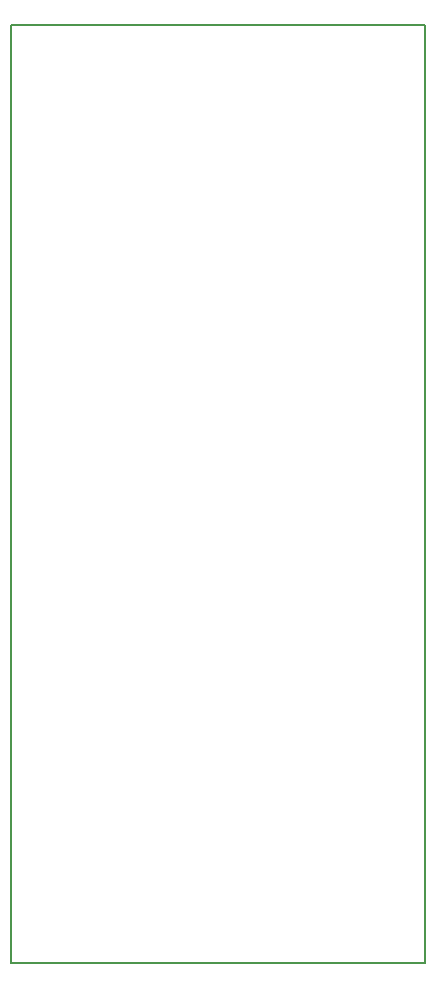
<source format=gm1>
G04 #@! TF.FileFunction,Profile,NP*
%FSLAX46Y46*%
G04 Gerber Fmt 4.6, Leading zero omitted, Abs format (unit mm)*
G04 Created by KiCad (PCBNEW 4.0.7) date 03/10/18 18:51:25*
%MOMM*%
%LPD*%
G01*
G04 APERTURE LIST*
%ADD10C,0.100000*%
%ADD11C,0.150000*%
G04 APERTURE END LIST*
D10*
D11*
X37500000Y-100000000D02*
X37500000Y-109420000D01*
X72500000Y-100000000D02*
X72500000Y-109420000D01*
X37500000Y-100000000D02*
X37500000Y-30000000D01*
X72500000Y-109420000D02*
X37500000Y-109420000D01*
X72500000Y-30000000D02*
X72500000Y-100000000D01*
X72500000Y-30000000D02*
X37500000Y-30000000D01*
M02*

</source>
